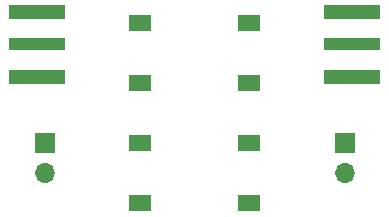
<source format=gbr>
%TF.GenerationSoftware,KiCad,Pcbnew,7.0.8*%
%TF.CreationDate,2024-03-05T13:27:25-05:00*%
%TF.ProjectId,NewLow,4e65774c-6f77-42e6-9b69-6361645f7063,rev?*%
%TF.SameCoordinates,Original*%
%TF.FileFunction,Soldermask,Top*%
%TF.FilePolarity,Negative*%
%FSLAX46Y46*%
G04 Gerber Fmt 4.6, Leading zero omitted, Abs format (unit mm)*
G04 Created by KiCad (PCBNEW 7.0.8) date 2024-03-05 13:27:25*
%MOMM*%
%LPD*%
G01*
G04 APERTURE LIST*
G04 Aperture macros list*
%AMRoundRect*
0 Rectangle with rounded corners*
0 $1 Rounding radius*
0 $2 $3 $4 $5 $6 $7 $8 $9 X,Y pos of 4 corners*
0 Add a 4 corners polygon primitive as box body*
4,1,4,$2,$3,$4,$5,$6,$7,$8,$9,$2,$3,0*
0 Add four circle primitives for the rounded corners*
1,1,$1+$1,$2,$3*
1,1,$1+$1,$4,$5*
1,1,$1+$1,$6,$7*
1,1,$1+$1,$8,$9*
0 Add four rect primitives between the rounded corners*
20,1,$1+$1,$2,$3,$4,$5,0*
20,1,$1+$1,$4,$5,$6,$7,0*
20,1,$1+$1,$6,$7,$8,$9,0*
20,1,$1+$1,$8,$9,$2,$3,0*%
G04 Aperture macros list end*
%ADD10R,1.889000X1.422400*%
%ADD11RoundRect,0.102000X-2.280000X0.425000X-2.280000X-0.425000X2.280000X-0.425000X2.280000X0.425000X0*%
%ADD12RoundRect,0.102000X-2.280000X0.500000X-2.280000X-0.500000X2.280000X-0.500000X2.280000X0.500000X0*%
%ADD13RoundRect,0.102000X2.280000X-0.425000X2.280000X0.425000X-2.280000X0.425000X-2.280000X-0.425000X0*%
%ADD14RoundRect,0.102000X2.280000X-0.500000X2.280000X0.500000X-2.280000X0.500000X-2.280000X-0.500000X0*%
%ADD15R,1.700000X1.700000*%
%ADD16O,1.700000X1.700000*%
G04 APERTURE END LIST*
D10*
%TO.C,REF\u002A\u002A*%
X82267300Y-61722000D03*
X91468700Y-61722000D03*
X82267300Y-66802000D03*
X91468700Y-66802000D03*
X82267300Y-71882000D03*
X91468700Y-71882000D03*
X82267300Y-76962000D03*
X91468700Y-76962000D03*
%TD*%
D11*
%TO.C,REF\u002A\u002A*%
X73546500Y-63502750D03*
D12*
X73546500Y-60732750D03*
X73546500Y-66272750D03*
%TD*%
D13*
%TO.C,REF\u002A\u002A*%
X100189500Y-63497250D03*
D14*
X100189500Y-66267250D03*
X100189500Y-60727250D03*
%TD*%
D15*
%TO.C,REF\u002A\u002A*%
X99568000Y-71882000D03*
D16*
X99568000Y-74422000D03*
%TD*%
D15*
%TO.C,REF\u002A\u002A*%
X74168000Y-71882000D03*
D16*
X74168000Y-74422000D03*
%TD*%
M02*

</source>
